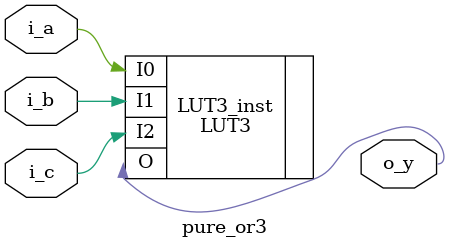
<source format=v>

`timescale 1ns/1ns

module pure_or3 #(
    parameter DOMAIN_3V0 = 0
  )(
    input  i_a,
    input  i_b,
    input  i_c,
    output o_y
  );

  LUT3 #(
    .INIT (8'b1111_1110)
  ) LUT3_inst (
    .I0 (i_a),
    .I1 (i_b),
    .I2 (i_c),
    .O  (o_y)
  ) /* synthesis syn_noprune=1 */ /*synthesis syn_preserve=1 */ ;

endmodule


</source>
